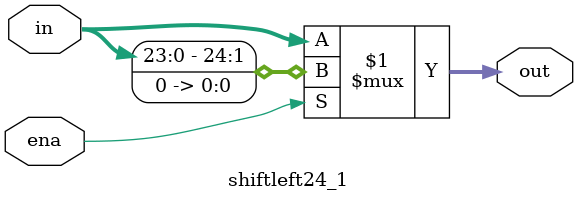
<source format=sv>
module shiftleft24(in, nshiftleft, out);

input	[24:0]	in;
input	[4:0]	nshiftleft;
output	[24:0]	out;

logic 	[24:0]	temp1, temp2, temp3, temp4;

shiftleft24_16 shift_1(.in(in), .ena(nshiftleft[4]), .out(temp1));
shiftleft24_8  shift_2(.in(temp1), .ena(nshiftleft[3]), .out(temp2));
shiftleft24_4  shift_3(.in(temp2), .ena(nshiftleft[2]), .out(temp3));
shiftleft24_2  shift_4(.in(temp3), .ena(nshiftleft[1]), .out(temp4));
shiftleft24_1  shift_5(.in(temp4), .ena(nshiftleft[0]), .out(out));

endmodule

//////////////////////////////////////////////////////////////////////
module	shiftleft24_16(in, ena, out);

input	[24:0]	in;
input			ena;
output	[24:0]	out;

assign out = ena?{in[8:0],16'b0}:in;
endmodule

module	shiftleft24_8(in, ena, out);

input	[24:0]	in;
input			ena;
output	[24:0]	out;

assign out = ena?{in[16:0],8'b0}:in;
endmodule

/////////////////////////////////////////////////////////////////////

module	shiftleft24_4(in, ena, out);

input	[24:0]	in;
input			ena;
output	[24:0]	out;

assign out = ena?{in[20:0],4'b0}:in;
endmodule

/////////////////////////////////////////////////////////////////////

module	shiftleft24_2(in, ena, out);

input	[24:0]	in;
input			ena;
output	[24:0]	out;

assign out = ena?{in[22:0],2'b0}:in;
endmodule

/////////////////////////////////////////////////////////////////////

module	shiftleft24_1(in, ena, out);

input	[24:0]	in;
input			ena;
output	[24:0]	out;

assign out = ena?{in[23:0],1'b0}:in;
endmodule
</source>
